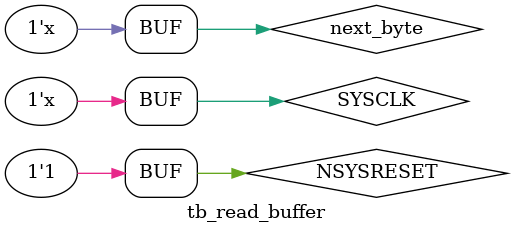
<source format=v>


`timescale 1ns/100ps

module tb_read_buffer;

parameter SYSCLK_PERIOD = 20.8333;// 48.0001MHZ

reg SYSCLK;
reg NSYSRESET;
reg next_byte;

initial
begin
    SYSCLK = 1'b0;
    NSYSRESET = 1'b0;
    next_byte=1'b0;
end

//////////////////////////////////////////////////////////////////////
// Reset Pulse
//////////////////////////////////////////////////////////////////////
initial
begin
    #(SYSCLK_PERIOD * 10 )
        NSYSRESET = 1'b1;
    #(SYSCLK_PERIOD*11)
        NSYSRESET=1'b0;
    #(SYSCLK_PERIOD*12)
        NSYSRESET=1'b1;
end


//////////////////////////////////////////////////////////////////////
// Clock Driver
//////////////////////////////////////////////////////////////////////
always @(SYSCLK)
    #(SYSCLK_PERIOD / 2.0) SYSCLK <= !SYSCLK;

always @(SYSCLK)
    #(SYSCLK_PERIOD*100) next_byte<=!next_byte;

//////////////////////////////////
// Output Vars
//////////////////////////////////
wire read_cmd;
wire [7:0] byte_out;

//////////////////////////////////////////////////////////////////////
// Instantiate Unit Under Test:  read_buffer
//////////////////////////////////////////////////////////////////////
read_buffer read_buffer_0 (
    // Inputs
    .CLK_48MHZ(SYSCLK),
    .RESET(NSYSRESET),
    .NEXT_BYTE(next_byte),
    .DATA_READ(16'b1111111100000000),
    .WRITE_ADDRESS(18'b000000001111),

    // Outputs
    .READ_CMD(read_cmd ),
    .BYTE_OUT( byte_out)

    // Inouts

);

endmodule


</source>
